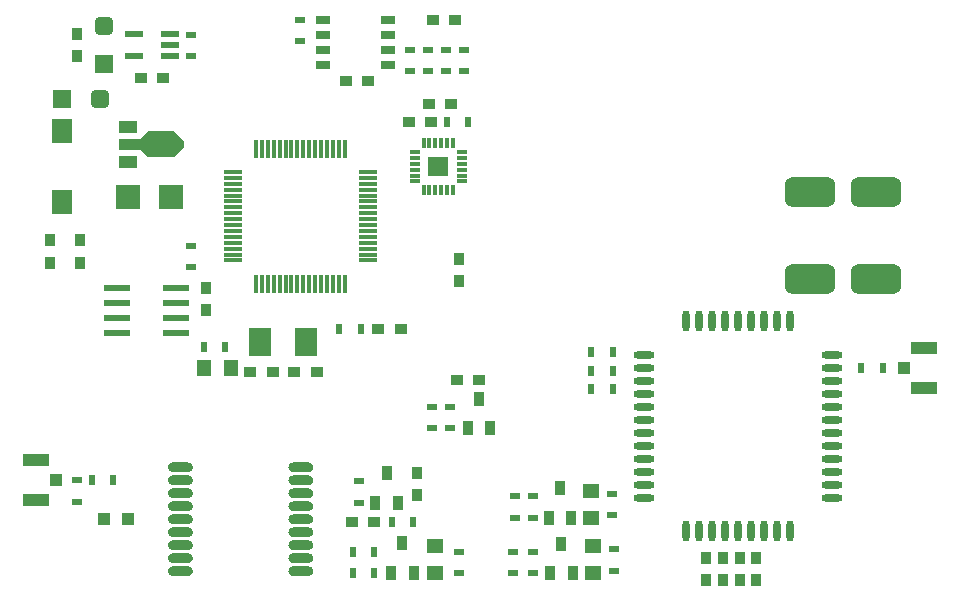
<source format=gtp>
G04*
G04 #@! TF.GenerationSoftware,Altium Limited,Altium Designer,18.1.6 (161)*
G04*
G04 Layer_Color=8421504*
%FSLAX25Y25*%
%MOIN*%
G70*
G01*
G75*
%ADD23R,0.07874X0.08268*%
%ADD24R,0.06693X0.07874*%
G04:AMPARAMS|DCode=25|XSize=60mil|YSize=60mil|CornerRadius=15mil|HoleSize=0mil|Usage=FLASHONLY|Rotation=90.000|XOffset=0mil|YOffset=0mil|HoleType=Round|Shape=RoundedRectangle|*
%AMROUNDEDRECTD25*
21,1,0.06000,0.03000,0,0,90.0*
21,1,0.03000,0.06000,0,0,90.0*
1,1,0.03000,0.01500,0.01500*
1,1,0.03000,0.01500,-0.01500*
1,1,0.03000,-0.01500,-0.01500*
1,1,0.03000,-0.01500,0.01500*
%
%ADD25ROUNDEDRECTD25*%
%ADD26R,0.06000X0.06000*%
%ADD27R,0.03740X0.03937*%
G04:AMPARAMS|DCode=28|XSize=60mil|YSize=60mil|CornerRadius=15mil|HoleSize=0mil|Usage=FLASHONLY|Rotation=0.000|XOffset=0mil|YOffset=0mil|HoleType=Round|Shape=RoundedRectangle|*
%AMROUNDEDRECTD28*
21,1,0.06000,0.03000,0,0,0.0*
21,1,0.03000,0.06000,0,0,0.0*
1,1,0.03000,0.01500,-0.01500*
1,1,0.03000,-0.01500,-0.01500*
1,1,0.03000,-0.01500,0.01500*
1,1,0.03000,0.01500,0.01500*
%
%ADD28ROUNDEDRECTD28*%
%ADD29R,0.06000X0.06000*%
%ADD30R,0.05906X0.03937*%
%ADD31R,0.03937X0.03740*%
%ADD32R,0.05906X0.02362*%
%ADD33R,0.03543X0.02362*%
%ADD34R,0.01181X0.05906*%
%ADD35R,0.05906X0.01181*%
%ADD36R,0.05118X0.02756*%
%ADD37R,0.02362X0.03543*%
G04:AMPARAMS|DCode=38|XSize=33.47mil|YSize=13.78mil|CornerRadius=1.72mil|HoleSize=0mil|Usage=FLASHONLY|Rotation=90.000|XOffset=0mil|YOffset=0mil|HoleType=Round|Shape=RoundedRectangle|*
%AMROUNDEDRECTD38*
21,1,0.03347,0.01034,0,0,90.0*
21,1,0.03002,0.01378,0,0,90.0*
1,1,0.00345,0.00517,0.01501*
1,1,0.00345,0.00517,-0.01501*
1,1,0.00345,-0.00517,-0.01501*
1,1,0.00345,-0.00517,0.01501*
%
%ADD38ROUNDEDRECTD38*%
G04:AMPARAMS|DCode=39|XSize=31.5mil|YSize=13.78mil|CornerRadius=1.72mil|HoleSize=0mil|Usage=FLASHONLY|Rotation=0.000|XOffset=0mil|YOffset=0mil|HoleType=Round|Shape=RoundedRectangle|*
%AMROUNDEDRECTD39*
21,1,0.03150,0.01034,0,0,0.0*
21,1,0.02805,0.01378,0,0,0.0*
1,1,0.00345,0.01403,-0.00517*
1,1,0.00345,-0.01403,-0.00517*
1,1,0.00345,-0.01403,0.00517*
1,1,0.00345,0.01403,0.00517*
%
%ADD39ROUNDEDRECTD39*%
%ADD40R,0.07480X0.09449*%
%ADD41R,0.05000X0.05500*%
%ADD42R,0.08661X0.02362*%
%ADD43O,0.02362X0.07087*%
%ADD44O,0.07087X0.02362*%
%ADD45R,0.03347X0.04724*%
G04:AMPARAMS|DCode=46|XSize=98.43mil|YSize=169.29mil|CornerRadius=24.61mil|HoleSize=0mil|Usage=FLASHONLY|Rotation=90.000|XOffset=0mil|YOffset=0mil|HoleType=Round|Shape=RoundedRectangle|*
%AMROUNDEDRECTD46*
21,1,0.09843,0.12008,0,0,90.0*
21,1,0.04921,0.16929,0,0,90.0*
1,1,0.04921,0.06004,0.02461*
1,1,0.04921,0.06004,-0.02461*
1,1,0.04921,-0.06004,-0.02461*
1,1,0.04921,-0.06004,0.02461*
%
%ADD46ROUNDEDRECTD46*%
%ADD47R,0.08661X0.03937*%
%ADD48R,0.03937X0.03937*%
%ADD49R,0.05500X0.05000*%
G36*
X723374Y278614D02*
X723291Y278618D01*
X723209Y278630D01*
X723130Y278646D01*
X723047Y278665D01*
X722968Y278689D01*
X722894Y278716D01*
X722815Y278748D01*
X722740Y278783D01*
X722669Y278823D01*
X722598Y278866D01*
X722532Y278909D01*
X722465Y278961D01*
X722402Y279016D01*
X722342Y279071D01*
X722287Y279130D01*
X722232Y279193D01*
X722181Y279260D01*
X722138Y279327D01*
X722094Y279398D01*
X722055Y279468D01*
X722020Y279543D01*
X721988Y279622D01*
X721961Y279697D01*
X721937Y279776D01*
X721917Y279858D01*
X721902Y279937D01*
X721890Y280020D01*
X721886Y280102D01*
X721882Y280185D01*
X721886Y280268D01*
X721890Y280350D01*
X721902Y280433D01*
X721917Y280512D01*
X721937Y280594D01*
X721961Y280673D01*
X721988Y280748D01*
X722020Y280827D01*
X722055Y280902D01*
X722094Y280972D01*
X722138Y281043D01*
X722181Y281110D01*
X722232Y281177D01*
X722287Y281240D01*
X722342Y281299D01*
X722402Y281354D01*
X722465Y281409D01*
X722532Y281461D01*
X722598Y281504D01*
X722669Y281547D01*
X722740Y281587D01*
X722815Y281622D01*
X722894Y281653D01*
X722968Y281681D01*
X723047Y281705D01*
X723130Y281724D01*
X723209Y281740D01*
X723291Y281752D01*
X723374Y281756D01*
X723457Y281760D01*
X728575D01*
X728657Y281756D01*
X728740Y281752D01*
X728823Y281740D01*
X728902Y281724D01*
X728984Y281705D01*
X729063Y281681D01*
X729138Y281653D01*
X729216Y281622D01*
X729291Y281587D01*
X729362Y281547D01*
X729433Y281504D01*
X729500Y281461D01*
X729567Y281409D01*
X729630Y281354D01*
X729689Y281299D01*
X729744Y281240D01*
X729799Y281177D01*
X729850Y281110D01*
X729894Y281043D01*
X729937Y280972D01*
X729976Y280902D01*
X730012Y280827D01*
X730043Y280748D01*
X730071Y280673D01*
X730094Y280594D01*
X730114Y280512D01*
X730130Y280433D01*
X730142Y280350D01*
X730146Y280268D01*
X730150Y280185D01*
X730146Y280102D01*
X730142Y280020D01*
X730130Y279937D01*
X730114Y279858D01*
X730094Y279776D01*
X730071Y279697D01*
X730043Y279622D01*
X730012Y279543D01*
X729976Y279468D01*
X729937Y279398D01*
X729894Y279327D01*
X729850Y279260D01*
X729799Y279193D01*
X729744Y279130D01*
X729689Y279071D01*
X729630Y279016D01*
X729567Y278961D01*
X729500Y278909D01*
X729433Y278866D01*
X729362Y278823D01*
X729291Y278783D01*
X729216Y278748D01*
X729138Y278716D01*
X729063Y278689D01*
X728984Y278665D01*
X728902Y278646D01*
X728823Y278630D01*
X728740Y278618D01*
X728657Y278614D01*
X728575Y278610D01*
X723457D01*
X723374Y278614D01*
D02*
G37*
G36*
Y282945D02*
X723291Y282949D01*
X723209Y282961D01*
X723130Y282976D01*
X723047Y282996D01*
X722968Y283020D01*
X722894Y283047D01*
X722815Y283079D01*
X722740Y283114D01*
X722669Y283154D01*
X722598Y283197D01*
X722532Y283240D01*
X722465Y283291D01*
X722402Y283347D01*
X722342Y283402D01*
X722287Y283461D01*
X722232Y283524D01*
X722181Y283591D01*
X722138Y283658D01*
X722094Y283728D01*
X722055Y283799D01*
X722020Y283874D01*
X721988Y283953D01*
X721961Y284028D01*
X721937Y284106D01*
X721917Y284189D01*
X721902Y284268D01*
X721890Y284350D01*
X721886Y284433D01*
X721882Y284516D01*
X721886Y284598D01*
X721890Y284681D01*
X721902Y284764D01*
X721917Y284842D01*
X721937Y284925D01*
X721961Y285004D01*
X721988Y285079D01*
X722020Y285157D01*
X722055Y285232D01*
X722094Y285303D01*
X722138Y285374D01*
X722181Y285441D01*
X722232Y285508D01*
X722287Y285571D01*
X722342Y285630D01*
X722402Y285685D01*
X722465Y285740D01*
X722532Y285791D01*
X722598Y285835D01*
X722669Y285878D01*
X722740Y285917D01*
X722815Y285953D01*
X722894Y285984D01*
X722968Y286012D01*
X723047Y286035D01*
X723130Y286055D01*
X723209Y286071D01*
X723291Y286083D01*
X723374Y286087D01*
X723457Y286090D01*
X728575D01*
X728657Y286087D01*
X728740Y286083D01*
X728823Y286071D01*
X728902Y286055D01*
X728984Y286035D01*
X729063Y286012D01*
X729138Y285984D01*
X729216Y285953D01*
X729291Y285917D01*
X729362Y285878D01*
X729433Y285835D01*
X729500Y285791D01*
X729567Y285740D01*
X729630Y285685D01*
X729689Y285630D01*
X729744Y285571D01*
X729799Y285508D01*
X729850Y285441D01*
X729894Y285374D01*
X729937Y285303D01*
X729976Y285232D01*
X730012Y285157D01*
X730043Y285079D01*
X730071Y285004D01*
X730094Y284925D01*
X730114Y284842D01*
X730130Y284764D01*
X730142Y284681D01*
X730146Y284598D01*
X730150Y284516D01*
X730146Y284433D01*
X730142Y284350D01*
X730130Y284268D01*
X730114Y284189D01*
X730094Y284106D01*
X730071Y284028D01*
X730043Y283953D01*
X730012Y283874D01*
X729976Y283799D01*
X729937Y283728D01*
X729894Y283658D01*
X729850Y283591D01*
X729799Y283524D01*
X729744Y283461D01*
X729689Y283402D01*
X729630Y283347D01*
X729567Y283291D01*
X729500Y283240D01*
X729433Y283197D01*
X729362Y283154D01*
X729291Y283114D01*
X729216Y283079D01*
X729138Y283047D01*
X729063Y283020D01*
X728984Y282996D01*
X728902Y282976D01*
X728823Y282961D01*
X728740Y282949D01*
X728657Y282945D01*
X728575Y282941D01*
X723457D01*
X723374Y282945D01*
D02*
G37*
G36*
Y287276D02*
X723291Y287280D01*
X723209Y287291D01*
X723130Y287307D01*
X723047Y287327D01*
X722968Y287350D01*
X722894Y287378D01*
X722815Y287409D01*
X722740Y287445D01*
X722669Y287484D01*
X722598Y287528D01*
X722532Y287571D01*
X722465Y287622D01*
X722402Y287677D01*
X722342Y287732D01*
X722287Y287791D01*
X722232Y287854D01*
X722181Y287921D01*
X722138Y287988D01*
X722094Y288059D01*
X722055Y288130D01*
X722020Y288205D01*
X721988Y288283D01*
X721961Y288358D01*
X721937Y288437D01*
X721917Y288520D01*
X721902Y288598D01*
X721890Y288681D01*
X721886Y288764D01*
X721882Y288846D01*
X721886Y288929D01*
X721890Y289012D01*
X721902Y289094D01*
X721917Y289173D01*
X721937Y289256D01*
X721961Y289335D01*
X721988Y289409D01*
X722020Y289488D01*
X722055Y289563D01*
X722094Y289634D01*
X722138Y289705D01*
X722181Y289772D01*
X722232Y289839D01*
X722287Y289902D01*
X722342Y289961D01*
X722402Y290016D01*
X722465Y290071D01*
X722532Y290122D01*
X722598Y290165D01*
X722669Y290209D01*
X722740Y290248D01*
X722815Y290283D01*
X722894Y290315D01*
X722968Y290342D01*
X723047Y290366D01*
X723130Y290386D01*
X723209Y290402D01*
X723291Y290413D01*
X723374Y290417D01*
X723457Y290421D01*
X728575D01*
X728657Y290417D01*
X728740Y290413D01*
X728823Y290402D01*
X728902Y290386D01*
X728984Y290366D01*
X729063Y290342D01*
X729138Y290315D01*
X729216Y290283D01*
X729291Y290248D01*
X729362Y290209D01*
X729433Y290165D01*
X729500Y290122D01*
X729567Y290071D01*
X729630Y290016D01*
X729689Y289961D01*
X729744Y289902D01*
X729799Y289839D01*
X729850Y289772D01*
X729894Y289705D01*
X729937Y289634D01*
X729976Y289563D01*
X730012Y289488D01*
X730043Y289409D01*
X730071Y289335D01*
X730094Y289256D01*
X730114Y289173D01*
X730130Y289094D01*
X730142Y289012D01*
X730146Y288929D01*
X730150Y288846D01*
X730146Y288764D01*
X730142Y288681D01*
X730130Y288598D01*
X730114Y288520D01*
X730094Y288437D01*
X730071Y288358D01*
X730043Y288283D01*
X730012Y288205D01*
X729976Y288130D01*
X729937Y288059D01*
X729894Y287988D01*
X729850Y287921D01*
X729799Y287854D01*
X729744Y287791D01*
X729689Y287732D01*
X729630Y287677D01*
X729567Y287622D01*
X729500Y287571D01*
X729433Y287528D01*
X729362Y287484D01*
X729291Y287445D01*
X729216Y287409D01*
X729138Y287378D01*
X729063Y287350D01*
X728984Y287327D01*
X728902Y287307D01*
X728823Y287291D01*
X728740Y287280D01*
X728657Y287276D01*
X728575Y287272D01*
X723457D01*
X723374Y287276D01*
D02*
G37*
G36*
Y291606D02*
X723291Y291610D01*
X723209Y291622D01*
X723130Y291638D01*
X723047Y291657D01*
X722968Y291681D01*
X722894Y291709D01*
X722815Y291740D01*
X722740Y291776D01*
X722669Y291815D01*
X722598Y291858D01*
X722532Y291902D01*
X722465Y291953D01*
X722402Y292008D01*
X722342Y292063D01*
X722287Y292122D01*
X722232Y292185D01*
X722181Y292252D01*
X722138Y292319D01*
X722094Y292390D01*
X722055Y292461D01*
X722020Y292535D01*
X721988Y292614D01*
X721961Y292689D01*
X721937Y292768D01*
X721917Y292850D01*
X721902Y292929D01*
X721890Y293012D01*
X721886Y293094D01*
X721882Y293177D01*
X721886Y293260D01*
X721890Y293342D01*
X721902Y293425D01*
X721917Y293504D01*
X721937Y293587D01*
X721961Y293665D01*
X721988Y293740D01*
X722020Y293819D01*
X722055Y293894D01*
X722094Y293965D01*
X722138Y294035D01*
X722181Y294102D01*
X722232Y294169D01*
X722287Y294232D01*
X722342Y294291D01*
X722402Y294346D01*
X722465Y294402D01*
X722532Y294453D01*
X722598Y294496D01*
X722669Y294539D01*
X722740Y294579D01*
X722815Y294614D01*
X722894Y294646D01*
X722968Y294673D01*
X723047Y294697D01*
X723130Y294717D01*
X723209Y294732D01*
X723291Y294744D01*
X723374Y294748D01*
X723457Y294752D01*
X728575D01*
X728657Y294748D01*
X728740Y294744D01*
X728823Y294732D01*
X728902Y294717D01*
X728984Y294697D01*
X729063Y294673D01*
X729138Y294646D01*
X729216Y294614D01*
X729291Y294579D01*
X729362Y294539D01*
X729433Y294496D01*
X729500Y294453D01*
X729567Y294402D01*
X729630Y294346D01*
X729689Y294291D01*
X729744Y294232D01*
X729799Y294169D01*
X729850Y294102D01*
X729894Y294035D01*
X729937Y293965D01*
X729976Y293894D01*
X730012Y293819D01*
X730043Y293740D01*
X730071Y293665D01*
X730094Y293587D01*
X730114Y293504D01*
X730130Y293425D01*
X730142Y293342D01*
X730146Y293260D01*
X730150Y293177D01*
X730146Y293094D01*
X730142Y293012D01*
X730130Y292929D01*
X730114Y292850D01*
X730094Y292768D01*
X730071Y292689D01*
X730043Y292614D01*
X730012Y292535D01*
X729976Y292461D01*
X729937Y292390D01*
X729894Y292319D01*
X729850Y292252D01*
X729799Y292185D01*
X729744Y292122D01*
X729689Y292063D01*
X729630Y292008D01*
X729567Y291953D01*
X729500Y291902D01*
X729433Y291858D01*
X729362Y291815D01*
X729291Y291776D01*
X729216Y291740D01*
X729138Y291709D01*
X729063Y291681D01*
X728984Y291657D01*
X728902Y291638D01*
X728823Y291622D01*
X728740Y291610D01*
X728657Y291606D01*
X728575Y291602D01*
X723457D01*
X723374Y291606D01*
D02*
G37*
G36*
Y295937D02*
X723291Y295941D01*
X723209Y295953D01*
X723130Y295969D01*
X723047Y295988D01*
X722968Y296012D01*
X722894Y296039D01*
X722815Y296071D01*
X722740Y296106D01*
X722669Y296146D01*
X722598Y296189D01*
X722532Y296232D01*
X722465Y296284D01*
X722402Y296339D01*
X722342Y296394D01*
X722287Y296453D01*
X722232Y296516D01*
X722181Y296583D01*
X722138Y296650D01*
X722094Y296721D01*
X722055Y296791D01*
X722020Y296866D01*
X721988Y296945D01*
X721961Y297020D01*
X721937Y297098D01*
X721917Y297181D01*
X721902Y297260D01*
X721890Y297342D01*
X721886Y297425D01*
X721882Y297508D01*
X721886Y297590D01*
X721890Y297673D01*
X721902Y297756D01*
X721917Y297835D01*
X721937Y297917D01*
X721961Y297996D01*
X721988Y298071D01*
X722020Y298150D01*
X722055Y298224D01*
X722094Y298295D01*
X722138Y298366D01*
X722181Y298433D01*
X722232Y298500D01*
X722287Y298563D01*
X722342Y298622D01*
X722402Y298677D01*
X722465Y298732D01*
X722532Y298783D01*
X722598Y298827D01*
X722669Y298870D01*
X722740Y298909D01*
X722815Y298945D01*
X722894Y298976D01*
X722968Y299004D01*
X723047Y299028D01*
X723130Y299047D01*
X723209Y299063D01*
X723291Y299075D01*
X723374Y299079D01*
X723457Y299083D01*
X728575D01*
X728657Y299079D01*
X728740Y299075D01*
X728823Y299063D01*
X728902Y299047D01*
X728984Y299028D01*
X729063Y299004D01*
X729138Y298976D01*
X729216Y298945D01*
X729291Y298909D01*
X729362Y298870D01*
X729433Y298827D01*
X729500Y298783D01*
X729567Y298732D01*
X729630Y298677D01*
X729689Y298622D01*
X729744Y298563D01*
X729799Y298500D01*
X729850Y298433D01*
X729894Y298366D01*
X729937Y298295D01*
X729976Y298224D01*
X730012Y298150D01*
X730043Y298071D01*
X730071Y297996D01*
X730094Y297917D01*
X730114Y297835D01*
X730130Y297756D01*
X730142Y297673D01*
X730146Y297590D01*
X730150Y297508D01*
X730146Y297425D01*
X730142Y297342D01*
X730130Y297260D01*
X730114Y297181D01*
X730094Y297098D01*
X730071Y297020D01*
X730043Y296945D01*
X730012Y296866D01*
X729976Y296791D01*
X729937Y296721D01*
X729894Y296650D01*
X729850Y296583D01*
X729799Y296516D01*
X729744Y296453D01*
X729689Y296394D01*
X729630Y296339D01*
X729567Y296284D01*
X729500Y296232D01*
X729433Y296189D01*
X729362Y296146D01*
X729291Y296106D01*
X729216Y296071D01*
X729138Y296039D01*
X729063Y296012D01*
X728984Y295988D01*
X728902Y295969D01*
X728823Y295953D01*
X728740Y295941D01*
X728657Y295937D01*
X728575Y295933D01*
X723457D01*
X723374Y295937D01*
D02*
G37*
G36*
X763531Y278614D02*
X763449Y278618D01*
X763366Y278630D01*
X763287Y278646D01*
X763205Y278665D01*
X763126Y278689D01*
X763051Y278716D01*
X762972Y278748D01*
X762898Y278783D01*
X762827Y278823D01*
X762756Y278866D01*
X762689Y278909D01*
X762622Y278961D01*
X762559Y279016D01*
X762500Y279071D01*
X762445Y279130D01*
X762390Y279193D01*
X762339Y279260D01*
X762295Y279327D01*
X762252Y279398D01*
X762213Y279468D01*
X762177Y279543D01*
X762146Y279622D01*
X762118Y279697D01*
X762094Y279776D01*
X762075Y279858D01*
X762059Y279937D01*
X762047Y280020D01*
X762043Y280102D01*
X762039Y280185D01*
X762043Y280268D01*
X762047Y280350D01*
X762059Y280433D01*
X762075Y280512D01*
X762094Y280594D01*
X762118Y280673D01*
X762146Y280748D01*
X762177Y280827D01*
X762213Y280902D01*
X762252Y280972D01*
X762295Y281043D01*
X762339Y281110D01*
X762390Y281177D01*
X762445Y281240D01*
X762500Y281299D01*
X762559Y281354D01*
X762622Y281409D01*
X762689Y281461D01*
X762756Y281504D01*
X762827Y281547D01*
X762898Y281587D01*
X762972Y281622D01*
X763051Y281653D01*
X763126Y281681D01*
X763205Y281705D01*
X763287Y281724D01*
X763366Y281740D01*
X763449Y281752D01*
X763531Y281756D01*
X763614Y281760D01*
X768732D01*
X768815Y281756D01*
X768898Y281752D01*
X768980Y281740D01*
X769059Y281724D01*
X769142Y281705D01*
X769220Y281681D01*
X769295Y281653D01*
X769374Y281622D01*
X769449Y281587D01*
X769520Y281547D01*
X769591Y281504D01*
X769658Y281461D01*
X769724Y281409D01*
X769787Y281354D01*
X769846Y281299D01*
X769902Y281240D01*
X769957Y281177D01*
X770008Y281110D01*
X770051Y281043D01*
X770094Y280972D01*
X770134Y280902D01*
X770169Y280827D01*
X770201Y280748D01*
X770228Y280673D01*
X770252Y280594D01*
X770272Y280512D01*
X770287Y280433D01*
X770299Y280350D01*
X770303Y280268D01*
X770307Y280185D01*
X770303Y280102D01*
X770299Y280020D01*
X770287Y279937D01*
X770272Y279858D01*
X770252Y279776D01*
X770228Y279697D01*
X770201Y279622D01*
X770169Y279543D01*
X770134Y279468D01*
X770094Y279398D01*
X770051Y279327D01*
X770008Y279260D01*
X769957Y279193D01*
X769902Y279130D01*
X769846Y279071D01*
X769787Y279016D01*
X769724Y278961D01*
X769658Y278909D01*
X769591Y278866D01*
X769520Y278823D01*
X769449Y278783D01*
X769374Y278748D01*
X769295Y278716D01*
X769220Y278689D01*
X769142Y278665D01*
X769059Y278646D01*
X768980Y278630D01*
X768898Y278618D01*
X768815Y278614D01*
X768732Y278610D01*
X763614D01*
X763531Y278614D01*
D02*
G37*
G36*
Y282945D02*
X763449Y282949D01*
X763366Y282961D01*
X763287Y282976D01*
X763205Y282996D01*
X763126Y283020D01*
X763051Y283047D01*
X762972Y283079D01*
X762898Y283114D01*
X762827Y283154D01*
X762756Y283197D01*
X762689Y283240D01*
X762622Y283291D01*
X762559Y283347D01*
X762500Y283402D01*
X762445Y283461D01*
X762390Y283524D01*
X762339Y283591D01*
X762295Y283658D01*
X762252Y283728D01*
X762213Y283799D01*
X762177Y283874D01*
X762146Y283953D01*
X762118Y284028D01*
X762094Y284106D01*
X762075Y284189D01*
X762059Y284268D01*
X762047Y284350D01*
X762043Y284433D01*
X762039Y284516D01*
X762043Y284598D01*
X762047Y284681D01*
X762059Y284764D01*
X762075Y284842D01*
X762094Y284925D01*
X762118Y285004D01*
X762146Y285079D01*
X762177Y285157D01*
X762213Y285232D01*
X762252Y285303D01*
X762295Y285374D01*
X762339Y285441D01*
X762390Y285508D01*
X762445Y285571D01*
X762500Y285630D01*
X762559Y285685D01*
X762622Y285740D01*
X762689Y285791D01*
X762756Y285835D01*
X762827Y285878D01*
X762898Y285917D01*
X762972Y285953D01*
X763051Y285984D01*
X763126Y286012D01*
X763205Y286035D01*
X763287Y286055D01*
X763366Y286071D01*
X763449Y286083D01*
X763531Y286087D01*
X763614Y286090D01*
X768732D01*
X768815Y286087D01*
X768898Y286083D01*
X768980Y286071D01*
X769059Y286055D01*
X769142Y286035D01*
X769220Y286012D01*
X769295Y285984D01*
X769374Y285953D01*
X769449Y285917D01*
X769520Y285878D01*
X769591Y285835D01*
X769658Y285791D01*
X769724Y285740D01*
X769787Y285685D01*
X769846Y285630D01*
X769902Y285571D01*
X769957Y285508D01*
X770008Y285441D01*
X770051Y285374D01*
X770094Y285303D01*
X770134Y285232D01*
X770169Y285157D01*
X770201Y285079D01*
X770228Y285004D01*
X770252Y284925D01*
X770272Y284842D01*
X770287Y284764D01*
X770299Y284681D01*
X770303Y284598D01*
X770307Y284516D01*
X770303Y284433D01*
X770299Y284350D01*
X770287Y284268D01*
X770272Y284189D01*
X770252Y284106D01*
X770228Y284028D01*
X770201Y283953D01*
X770169Y283874D01*
X770134Y283799D01*
X770094Y283728D01*
X770051Y283658D01*
X770008Y283591D01*
X769957Y283524D01*
X769902Y283461D01*
X769846Y283402D01*
X769787Y283347D01*
X769724Y283291D01*
X769658Y283240D01*
X769591Y283197D01*
X769520Y283154D01*
X769449Y283114D01*
X769374Y283079D01*
X769295Y283047D01*
X769220Y283020D01*
X769142Y282996D01*
X769059Y282976D01*
X768980Y282961D01*
X768898Y282949D01*
X768815Y282945D01*
X768732Y282941D01*
X763614D01*
X763531Y282945D01*
D02*
G37*
G36*
Y287276D02*
X763449Y287280D01*
X763366Y287291D01*
X763287Y287307D01*
X763205Y287327D01*
X763126Y287350D01*
X763051Y287378D01*
X762972Y287409D01*
X762898Y287445D01*
X762827Y287484D01*
X762756Y287528D01*
X762689Y287571D01*
X762622Y287622D01*
X762559Y287677D01*
X762500Y287732D01*
X762445Y287791D01*
X762390Y287854D01*
X762339Y287921D01*
X762295Y287988D01*
X762252Y288059D01*
X762213Y288130D01*
X762177Y288205D01*
X762146Y288283D01*
X762118Y288358D01*
X762094Y288437D01*
X762075Y288520D01*
X762059Y288598D01*
X762047Y288681D01*
X762043Y288764D01*
X762039Y288846D01*
X762043Y288929D01*
X762047Y289012D01*
X762059Y289094D01*
X762075Y289173D01*
X762094Y289256D01*
X762118Y289335D01*
X762146Y289409D01*
X762177Y289488D01*
X762213Y289563D01*
X762252Y289634D01*
X762295Y289705D01*
X762339Y289772D01*
X762390Y289839D01*
X762445Y289902D01*
X762500Y289961D01*
X762559Y290016D01*
X762622Y290071D01*
X762689Y290122D01*
X762756Y290165D01*
X762827Y290209D01*
X762898Y290248D01*
X762972Y290283D01*
X763051Y290315D01*
X763126Y290342D01*
X763205Y290366D01*
X763287Y290386D01*
X763366Y290402D01*
X763449Y290413D01*
X763531Y290417D01*
X763614Y290421D01*
X768732D01*
X768815Y290417D01*
X768898Y290413D01*
X768980Y290402D01*
X769059Y290386D01*
X769142Y290366D01*
X769220Y290342D01*
X769295Y290315D01*
X769374Y290283D01*
X769449Y290248D01*
X769520Y290209D01*
X769591Y290165D01*
X769658Y290122D01*
X769724Y290071D01*
X769787Y290016D01*
X769846Y289961D01*
X769902Y289902D01*
X769957Y289839D01*
X770008Y289772D01*
X770051Y289705D01*
X770094Y289634D01*
X770134Y289563D01*
X770169Y289488D01*
X770201Y289409D01*
X770228Y289335D01*
X770252Y289256D01*
X770272Y289173D01*
X770287Y289094D01*
X770299Y289012D01*
X770303Y288929D01*
X770307Y288846D01*
X770303Y288764D01*
X770299Y288681D01*
X770287Y288598D01*
X770272Y288520D01*
X770252Y288437D01*
X770228Y288358D01*
X770201Y288283D01*
X770169Y288205D01*
X770134Y288130D01*
X770094Y288059D01*
X770051Y287988D01*
X770008Y287921D01*
X769957Y287854D01*
X769902Y287791D01*
X769846Y287732D01*
X769787Y287677D01*
X769724Y287622D01*
X769658Y287571D01*
X769591Y287528D01*
X769520Y287484D01*
X769449Y287445D01*
X769374Y287409D01*
X769295Y287378D01*
X769220Y287350D01*
X769142Y287327D01*
X769059Y287307D01*
X768980Y287291D01*
X768898Y287280D01*
X768815Y287276D01*
X768732Y287272D01*
X763614D01*
X763531Y287276D01*
D02*
G37*
G36*
Y291606D02*
X763449Y291610D01*
X763366Y291622D01*
X763287Y291638D01*
X763205Y291657D01*
X763126Y291681D01*
X763051Y291709D01*
X762972Y291740D01*
X762898Y291776D01*
X762827Y291815D01*
X762756Y291858D01*
X762689Y291902D01*
X762622Y291953D01*
X762559Y292008D01*
X762500Y292063D01*
X762445Y292122D01*
X762390Y292185D01*
X762339Y292252D01*
X762295Y292319D01*
X762252Y292390D01*
X762213Y292461D01*
X762177Y292535D01*
X762146Y292614D01*
X762118Y292689D01*
X762094Y292768D01*
X762075Y292850D01*
X762059Y292929D01*
X762047Y293012D01*
X762043Y293094D01*
X762039Y293177D01*
X762043Y293260D01*
X762047Y293342D01*
X762059Y293425D01*
X762075Y293504D01*
X762094Y293587D01*
X762118Y293665D01*
X762146Y293740D01*
X762177Y293819D01*
X762213Y293894D01*
X762252Y293965D01*
X762295Y294035D01*
X762339Y294102D01*
X762390Y294169D01*
X762445Y294232D01*
X762500Y294291D01*
X762559Y294346D01*
X762622Y294402D01*
X762689Y294453D01*
X762756Y294496D01*
X762827Y294539D01*
X762898Y294579D01*
X762972Y294614D01*
X763051Y294646D01*
X763126Y294673D01*
X763205Y294697D01*
X763287Y294717D01*
X763366Y294732D01*
X763449Y294744D01*
X763531Y294748D01*
X763614Y294752D01*
X768732D01*
X768815Y294748D01*
X768898Y294744D01*
X768980Y294732D01*
X769059Y294717D01*
X769142Y294697D01*
X769220Y294673D01*
X769295Y294646D01*
X769374Y294614D01*
X769449Y294579D01*
X769520Y294539D01*
X769591Y294496D01*
X769658Y294453D01*
X769724Y294402D01*
X769787Y294346D01*
X769846Y294291D01*
X769902Y294232D01*
X769957Y294169D01*
X770008Y294102D01*
X770051Y294035D01*
X770094Y293965D01*
X770134Y293894D01*
X770169Y293819D01*
X770201Y293740D01*
X770228Y293665D01*
X770252Y293587D01*
X770272Y293504D01*
X770287Y293425D01*
X770299Y293342D01*
X770303Y293260D01*
X770307Y293177D01*
X770303Y293094D01*
X770299Y293012D01*
X770287Y292929D01*
X770272Y292850D01*
X770252Y292768D01*
X770228Y292689D01*
X770201Y292614D01*
X770169Y292535D01*
X770134Y292461D01*
X770094Y292390D01*
X770051Y292319D01*
X770008Y292252D01*
X769957Y292185D01*
X769902Y292122D01*
X769846Y292063D01*
X769787Y292008D01*
X769724Y291953D01*
X769658Y291902D01*
X769591Y291858D01*
X769520Y291815D01*
X769449Y291776D01*
X769374Y291740D01*
X769295Y291709D01*
X769220Y291681D01*
X769142Y291657D01*
X769059Y291638D01*
X768980Y291622D01*
X768898Y291610D01*
X768815Y291606D01*
X768732Y291602D01*
X763614D01*
X763531Y291606D01*
D02*
G37*
G36*
Y295937D02*
X763449Y295941D01*
X763366Y295953D01*
X763287Y295969D01*
X763205Y295988D01*
X763126Y296012D01*
X763051Y296039D01*
X762972Y296071D01*
X762898Y296106D01*
X762827Y296146D01*
X762756Y296189D01*
X762689Y296232D01*
X762622Y296284D01*
X762559Y296339D01*
X762500Y296394D01*
X762445Y296453D01*
X762390Y296516D01*
X762339Y296583D01*
X762295Y296650D01*
X762252Y296721D01*
X762213Y296791D01*
X762177Y296866D01*
X762146Y296945D01*
X762118Y297020D01*
X762094Y297098D01*
X762075Y297181D01*
X762059Y297260D01*
X762047Y297342D01*
X762043Y297425D01*
X762039Y297508D01*
X762043Y297590D01*
X762047Y297673D01*
X762059Y297756D01*
X762075Y297835D01*
X762094Y297917D01*
X762118Y297996D01*
X762146Y298071D01*
X762177Y298150D01*
X762213Y298224D01*
X762252Y298295D01*
X762295Y298366D01*
X762339Y298433D01*
X762390Y298500D01*
X762445Y298563D01*
X762500Y298622D01*
X762559Y298677D01*
X762622Y298732D01*
X762689Y298783D01*
X762756Y298827D01*
X762827Y298870D01*
X762898Y298909D01*
X762972Y298945D01*
X763051Y298976D01*
X763126Y299004D01*
X763205Y299028D01*
X763287Y299047D01*
X763366Y299063D01*
X763449Y299075D01*
X763531Y299079D01*
X763614Y299083D01*
X768732D01*
X768815Y299079D01*
X768898Y299075D01*
X768980Y299063D01*
X769059Y299047D01*
X769142Y299028D01*
X769220Y299004D01*
X769295Y298976D01*
X769374Y298945D01*
X769449Y298909D01*
X769520Y298870D01*
X769591Y298827D01*
X769658Y298783D01*
X769724Y298732D01*
X769787Y298677D01*
X769846Y298622D01*
X769902Y298563D01*
X769957Y298500D01*
X770008Y298433D01*
X770051Y298366D01*
X770094Y298295D01*
X770134Y298224D01*
X770169Y298150D01*
X770201Y298071D01*
X770228Y297996D01*
X770252Y297917D01*
X770272Y297835D01*
X770287Y297756D01*
X770299Y297673D01*
X770303Y297590D01*
X770307Y297508D01*
X770303Y297425D01*
X770299Y297342D01*
X770287Y297260D01*
X770272Y297181D01*
X770252Y297098D01*
X770228Y297020D01*
X770201Y296945D01*
X770169Y296866D01*
X770134Y296791D01*
X770094Y296721D01*
X770051Y296650D01*
X770008Y296583D01*
X769957Y296516D01*
X769902Y296453D01*
X769846Y296394D01*
X769787Y296339D01*
X769724Y296284D01*
X769658Y296232D01*
X769591Y296189D01*
X769520Y296146D01*
X769449Y296106D01*
X769374Y296071D01*
X769295Y296039D01*
X769220Y296012D01*
X769142Y295988D01*
X769059Y295969D01*
X768980Y295953D01*
X768898Y295941D01*
X768815Y295937D01*
X768732Y295933D01*
X763614D01*
X763531Y295937D01*
D02*
G37*
G36*
X727301Y423193D02*
Y421618D01*
X723758Y418075D01*
X715096D01*
X712734Y420437D01*
X705647D01*
Y424374D01*
X712734D01*
X715096Y426736D01*
X723758D01*
X727301Y423193D01*
D02*
G37*
G36*
X815362Y411764D02*
X808638D01*
Y418236D01*
X815362D01*
Y411764D01*
D02*
G37*
G36*
X768815Y316402D02*
X768898Y316398D01*
X768980Y316386D01*
X769059Y316370D01*
X769142Y316350D01*
X769220Y316327D01*
X769295Y316299D01*
X769374Y316268D01*
X769449Y316232D01*
X769520Y316193D01*
X769591Y316150D01*
X769658Y316106D01*
X769724Y316055D01*
X769787Y316000D01*
X769846Y315945D01*
X769902Y315886D01*
X769957Y315823D01*
X770008Y315756D01*
X770051Y315689D01*
X770094Y315618D01*
X770134Y315547D01*
X770169Y315472D01*
X770201Y315394D01*
X770228Y315319D01*
X770252Y315240D01*
X770272Y315158D01*
X770287Y315079D01*
X770299Y314996D01*
X770303Y314913D01*
X770307Y314831D01*
X770303Y314748D01*
X770299Y314665D01*
X770287Y314583D01*
X770272Y314504D01*
X770252Y314421D01*
X770228Y314342D01*
X770201Y314268D01*
X770169Y314189D01*
X770134Y314114D01*
X770094Y314043D01*
X770051Y313972D01*
X770008Y313906D01*
X769957Y313839D01*
X769902Y313776D01*
X769846Y313717D01*
X769787Y313661D01*
X769724Y313606D01*
X769658Y313555D01*
X769591Y313512D01*
X769520Y313469D01*
X769449Y313429D01*
X769374Y313394D01*
X769295Y313362D01*
X769220Y313335D01*
X769142Y313311D01*
X769059Y313291D01*
X768980Y313276D01*
X768898Y313264D01*
X768815Y313260D01*
X768732Y313256D01*
X763614D01*
X763531Y313260D01*
X763449Y313264D01*
X763366Y313276D01*
X763287Y313291D01*
X763205Y313311D01*
X763126Y313335D01*
X763051Y313362D01*
X762972Y313394D01*
X762898Y313429D01*
X762827Y313469D01*
X762756Y313512D01*
X762689Y313555D01*
X762622Y313606D01*
X762559Y313661D01*
X762500Y313717D01*
X762445Y313776D01*
X762390Y313839D01*
X762339Y313906D01*
X762295Y313972D01*
X762252Y314043D01*
X762213Y314114D01*
X762177Y314189D01*
X762146Y314268D01*
X762118Y314342D01*
X762094Y314421D01*
X762075Y314504D01*
X762059Y314583D01*
X762047Y314665D01*
X762043Y314748D01*
X762039Y314831D01*
X762043Y314913D01*
X762047Y314996D01*
X762059Y315079D01*
X762075Y315158D01*
X762094Y315240D01*
X762118Y315319D01*
X762146Y315394D01*
X762177Y315472D01*
X762213Y315547D01*
X762252Y315618D01*
X762295Y315689D01*
X762339Y315756D01*
X762390Y315823D01*
X762445Y315886D01*
X762500Y315945D01*
X762559Y316000D01*
X762622Y316055D01*
X762689Y316106D01*
X762756Y316150D01*
X762827Y316193D01*
X762898Y316232D01*
X762972Y316268D01*
X763051Y316299D01*
X763126Y316327D01*
X763205Y316350D01*
X763287Y316370D01*
X763366Y316386D01*
X763449Y316398D01*
X763531Y316402D01*
X763614Y316406D01*
X768732D01*
X768815Y316402D01*
D02*
G37*
G36*
X728657D02*
X728740Y316398D01*
X728823Y316386D01*
X728902Y316370D01*
X728984Y316350D01*
X729063Y316327D01*
X729138Y316299D01*
X729216Y316268D01*
X729291Y316232D01*
X729362Y316193D01*
X729433Y316150D01*
X729500Y316106D01*
X729567Y316055D01*
X729630Y316000D01*
X729689Y315945D01*
X729744Y315886D01*
X729799Y315823D01*
X729850Y315756D01*
X729894Y315689D01*
X729937Y315618D01*
X729976Y315547D01*
X730012Y315472D01*
X730043Y315394D01*
X730071Y315319D01*
X730094Y315240D01*
X730114Y315158D01*
X730130Y315079D01*
X730142Y314996D01*
X730146Y314913D01*
X730150Y314831D01*
X730146Y314748D01*
X730142Y314665D01*
X730130Y314583D01*
X730114Y314504D01*
X730094Y314421D01*
X730071Y314342D01*
X730043Y314268D01*
X730012Y314189D01*
X729976Y314114D01*
X729937Y314043D01*
X729894Y313972D01*
X729850Y313906D01*
X729799Y313839D01*
X729744Y313776D01*
X729689Y313717D01*
X729630Y313661D01*
X729567Y313606D01*
X729500Y313555D01*
X729433Y313512D01*
X729362Y313469D01*
X729291Y313429D01*
X729216Y313394D01*
X729138Y313362D01*
X729063Y313335D01*
X728984Y313311D01*
X728902Y313291D01*
X728823Y313276D01*
X728740Y313264D01*
X728657Y313260D01*
X728575Y313256D01*
X723457D01*
X723374Y313260D01*
X723291Y313264D01*
X723209Y313276D01*
X723130Y313291D01*
X723047Y313311D01*
X722968Y313335D01*
X722894Y313362D01*
X722815Y313394D01*
X722740Y313429D01*
X722669Y313469D01*
X722598Y313512D01*
X722532Y313555D01*
X722465Y313606D01*
X722402Y313661D01*
X722342Y313717D01*
X722287Y313776D01*
X722232Y313839D01*
X722181Y313906D01*
X722138Y313972D01*
X722094Y314043D01*
X722055Y314114D01*
X722020Y314189D01*
X721988Y314268D01*
X721961Y314342D01*
X721937Y314421D01*
X721917Y314504D01*
X721902Y314583D01*
X721890Y314665D01*
X721886Y314748D01*
X721882Y314831D01*
X721886Y314913D01*
X721890Y314996D01*
X721902Y315079D01*
X721917Y315158D01*
X721937Y315240D01*
X721961Y315319D01*
X721988Y315394D01*
X722020Y315472D01*
X722055Y315547D01*
X722094Y315618D01*
X722138Y315689D01*
X722181Y315756D01*
X722232Y315823D01*
X722287Y315886D01*
X722342Y315945D01*
X722402Y316000D01*
X722465Y316055D01*
X722532Y316106D01*
X722598Y316150D01*
X722669Y316193D01*
X722740Y316232D01*
X722815Y316268D01*
X722894Y316299D01*
X722968Y316327D01*
X723047Y316350D01*
X723130Y316370D01*
X723209Y316386D01*
X723291Y316398D01*
X723374Y316402D01*
X723457Y316406D01*
X728575D01*
X728657Y316402D01*
D02*
G37*
G36*
X768815Y312071D02*
X768898Y312067D01*
X768980Y312055D01*
X769059Y312039D01*
X769142Y312020D01*
X769220Y311996D01*
X769295Y311968D01*
X769374Y311937D01*
X769449Y311902D01*
X769520Y311862D01*
X769591Y311819D01*
X769658Y311776D01*
X769724Y311724D01*
X769787Y311669D01*
X769846Y311614D01*
X769902Y311555D01*
X769957Y311492D01*
X770008Y311425D01*
X770051Y311358D01*
X770094Y311287D01*
X770134Y311216D01*
X770169Y311142D01*
X770201Y311063D01*
X770228Y310988D01*
X770252Y310909D01*
X770272Y310827D01*
X770287Y310748D01*
X770299Y310665D01*
X770303Y310583D01*
X770307Y310500D01*
X770303Y310417D01*
X770299Y310335D01*
X770287Y310252D01*
X770272Y310173D01*
X770252Y310090D01*
X770228Y310012D01*
X770201Y309937D01*
X770169Y309858D01*
X770134Y309784D01*
X770094Y309713D01*
X770051Y309642D01*
X770008Y309575D01*
X769957Y309508D01*
X769902Y309445D01*
X769846Y309386D01*
X769787Y309331D01*
X769724Y309276D01*
X769658Y309224D01*
X769591Y309181D01*
X769520Y309138D01*
X769449Y309098D01*
X769374Y309063D01*
X769295Y309032D01*
X769220Y309004D01*
X769142Y308980D01*
X769059Y308961D01*
X768980Y308945D01*
X768898Y308933D01*
X768815Y308929D01*
X768732Y308925D01*
X763614D01*
X763531Y308929D01*
X763449Y308933D01*
X763366Y308945D01*
X763287Y308961D01*
X763205Y308980D01*
X763126Y309004D01*
X763051Y309032D01*
X762972Y309063D01*
X762898Y309098D01*
X762827Y309138D01*
X762756Y309181D01*
X762689Y309224D01*
X762622Y309276D01*
X762559Y309331D01*
X762500Y309386D01*
X762445Y309445D01*
X762390Y309508D01*
X762339Y309575D01*
X762295Y309642D01*
X762252Y309713D01*
X762213Y309784D01*
X762177Y309858D01*
X762146Y309937D01*
X762118Y310012D01*
X762094Y310090D01*
X762075Y310173D01*
X762059Y310252D01*
X762047Y310335D01*
X762043Y310417D01*
X762039Y310500D01*
X762043Y310583D01*
X762047Y310665D01*
X762059Y310748D01*
X762075Y310827D01*
X762094Y310909D01*
X762118Y310988D01*
X762146Y311063D01*
X762177Y311142D01*
X762213Y311216D01*
X762252Y311287D01*
X762295Y311358D01*
X762339Y311425D01*
X762390Y311492D01*
X762445Y311555D01*
X762500Y311614D01*
X762559Y311669D01*
X762622Y311724D01*
X762689Y311776D01*
X762756Y311819D01*
X762827Y311862D01*
X762898Y311902D01*
X762972Y311937D01*
X763051Y311968D01*
X763126Y311996D01*
X763205Y312020D01*
X763287Y312039D01*
X763366Y312055D01*
X763449Y312067D01*
X763531Y312071D01*
X763614Y312075D01*
X768732D01*
X768815Y312071D01*
D02*
G37*
G36*
X728657D02*
X728740Y312067D01*
X728823Y312055D01*
X728902Y312039D01*
X728984Y312020D01*
X729063Y311996D01*
X729138Y311968D01*
X729216Y311937D01*
X729291Y311902D01*
X729362Y311862D01*
X729433Y311819D01*
X729500Y311776D01*
X729567Y311724D01*
X729630Y311669D01*
X729689Y311614D01*
X729744Y311555D01*
X729799Y311492D01*
X729850Y311425D01*
X729894Y311358D01*
X729937Y311287D01*
X729976Y311216D01*
X730012Y311142D01*
X730043Y311063D01*
X730071Y310988D01*
X730094Y310909D01*
X730114Y310827D01*
X730130Y310748D01*
X730142Y310665D01*
X730146Y310583D01*
X730150Y310500D01*
X730146Y310417D01*
X730142Y310335D01*
X730130Y310252D01*
X730114Y310173D01*
X730094Y310090D01*
X730071Y310012D01*
X730043Y309937D01*
X730012Y309858D01*
X729976Y309784D01*
X729937Y309713D01*
X729894Y309642D01*
X729850Y309575D01*
X729799Y309508D01*
X729744Y309445D01*
X729689Y309386D01*
X729630Y309331D01*
X729567Y309276D01*
X729500Y309224D01*
X729433Y309181D01*
X729362Y309138D01*
X729291Y309098D01*
X729216Y309063D01*
X729138Y309032D01*
X729063Y309004D01*
X728984Y308980D01*
X728902Y308961D01*
X728823Y308945D01*
X728740Y308933D01*
X728657Y308929D01*
X728575Y308925D01*
X723457D01*
X723374Y308929D01*
X723291Y308933D01*
X723209Y308945D01*
X723130Y308961D01*
X723047Y308980D01*
X722968Y309004D01*
X722894Y309032D01*
X722815Y309063D01*
X722740Y309098D01*
X722669Y309138D01*
X722598Y309181D01*
X722532Y309224D01*
X722465Y309276D01*
X722402Y309331D01*
X722342Y309386D01*
X722287Y309445D01*
X722232Y309508D01*
X722181Y309575D01*
X722138Y309642D01*
X722094Y309713D01*
X722055Y309784D01*
X722020Y309858D01*
X721988Y309937D01*
X721961Y310012D01*
X721937Y310090D01*
X721917Y310173D01*
X721902Y310252D01*
X721890Y310335D01*
X721886Y310417D01*
X721882Y310500D01*
X721886Y310583D01*
X721890Y310665D01*
X721902Y310748D01*
X721917Y310827D01*
X721937Y310909D01*
X721961Y310988D01*
X721988Y311063D01*
X722020Y311142D01*
X722055Y311216D01*
X722094Y311287D01*
X722138Y311358D01*
X722181Y311425D01*
X722232Y311492D01*
X722287Y311555D01*
X722342Y311614D01*
X722402Y311669D01*
X722465Y311724D01*
X722532Y311776D01*
X722598Y311819D01*
X722669Y311862D01*
X722740Y311902D01*
X722815Y311937D01*
X722894Y311968D01*
X722968Y311996D01*
X723047Y312020D01*
X723130Y312039D01*
X723209Y312055D01*
X723291Y312067D01*
X723374Y312071D01*
X723457Y312075D01*
X728575D01*
X728657Y312071D01*
D02*
G37*
G36*
X768815Y307740D02*
X768898Y307736D01*
X768980Y307724D01*
X769059Y307709D01*
X769142Y307689D01*
X769220Y307665D01*
X769295Y307638D01*
X769374Y307606D01*
X769449Y307571D01*
X769520Y307531D01*
X769591Y307488D01*
X769658Y307445D01*
X769724Y307394D01*
X769787Y307339D01*
X769846Y307283D01*
X769902Y307224D01*
X769957Y307161D01*
X770008Y307095D01*
X770051Y307028D01*
X770094Y306957D01*
X770134Y306886D01*
X770169Y306811D01*
X770201Y306732D01*
X770228Y306658D01*
X770252Y306579D01*
X770272Y306496D01*
X770287Y306417D01*
X770299Y306335D01*
X770303Y306252D01*
X770307Y306169D01*
X770303Y306087D01*
X770299Y306004D01*
X770287Y305921D01*
X770272Y305842D01*
X770252Y305760D01*
X770228Y305681D01*
X770201Y305606D01*
X770169Y305528D01*
X770134Y305453D01*
X770094Y305382D01*
X770051Y305311D01*
X770008Y305244D01*
X769957Y305177D01*
X769902Y305114D01*
X769846Y305055D01*
X769787Y305000D01*
X769724Y304945D01*
X769658Y304894D01*
X769591Y304850D01*
X769520Y304807D01*
X769449Y304768D01*
X769374Y304732D01*
X769295Y304701D01*
X769220Y304673D01*
X769142Y304650D01*
X769059Y304630D01*
X768980Y304614D01*
X768898Y304602D01*
X768815Y304598D01*
X768732Y304594D01*
X763614D01*
X763531Y304598D01*
X763449Y304602D01*
X763366Y304614D01*
X763287Y304630D01*
X763205Y304650D01*
X763126Y304673D01*
X763051Y304701D01*
X762972Y304732D01*
X762898Y304768D01*
X762827Y304807D01*
X762756Y304850D01*
X762689Y304894D01*
X762622Y304945D01*
X762559Y305000D01*
X762500Y305055D01*
X762445Y305114D01*
X762390Y305177D01*
X762339Y305244D01*
X762295Y305311D01*
X762252Y305382D01*
X762213Y305453D01*
X762177Y305528D01*
X762146Y305606D01*
X762118Y305681D01*
X762094Y305760D01*
X762075Y305842D01*
X762059Y305921D01*
X762047Y306004D01*
X762043Y306087D01*
X762039Y306169D01*
X762043Y306252D01*
X762047Y306335D01*
X762059Y306417D01*
X762075Y306496D01*
X762094Y306579D01*
X762118Y306658D01*
X762146Y306732D01*
X762177Y306811D01*
X762213Y306886D01*
X762252Y306957D01*
X762295Y307028D01*
X762339Y307095D01*
X762390Y307161D01*
X762445Y307224D01*
X762500Y307283D01*
X762559Y307339D01*
X762622Y307394D01*
X762689Y307445D01*
X762756Y307488D01*
X762827Y307531D01*
X762898Y307571D01*
X762972Y307606D01*
X763051Y307638D01*
X763126Y307665D01*
X763205Y307689D01*
X763287Y307709D01*
X763366Y307724D01*
X763449Y307736D01*
X763531Y307740D01*
X763614Y307744D01*
X768732D01*
X768815Y307740D01*
D02*
G37*
G36*
X728657D02*
X728740Y307736D01*
X728823Y307724D01*
X728902Y307709D01*
X728984Y307689D01*
X729063Y307665D01*
X729138Y307638D01*
X729216Y307606D01*
X729291Y307571D01*
X729362Y307531D01*
X729433Y307488D01*
X729500Y307445D01*
X729567Y307394D01*
X729630Y307339D01*
X729689Y307283D01*
X729744Y307224D01*
X729799Y307161D01*
X729850Y307095D01*
X729894Y307028D01*
X729937Y306957D01*
X729976Y306886D01*
X730012Y306811D01*
X730043Y306732D01*
X730071Y306658D01*
X730094Y306579D01*
X730114Y306496D01*
X730130Y306417D01*
X730142Y306335D01*
X730146Y306252D01*
X730150Y306169D01*
X730146Y306087D01*
X730142Y306004D01*
X730130Y305921D01*
X730114Y305842D01*
X730094Y305760D01*
X730071Y305681D01*
X730043Y305606D01*
X730012Y305528D01*
X729976Y305453D01*
X729937Y305382D01*
X729894Y305311D01*
X729850Y305244D01*
X729799Y305177D01*
X729744Y305114D01*
X729689Y305055D01*
X729630Y305000D01*
X729567Y304945D01*
X729500Y304894D01*
X729433Y304850D01*
X729362Y304807D01*
X729291Y304768D01*
X729216Y304732D01*
X729138Y304701D01*
X729063Y304673D01*
X728984Y304650D01*
X728902Y304630D01*
X728823Y304614D01*
X728740Y304602D01*
X728657Y304598D01*
X728575Y304594D01*
X723457D01*
X723374Y304598D01*
X723291Y304602D01*
X723209Y304614D01*
X723130Y304630D01*
X723047Y304650D01*
X722968Y304673D01*
X722894Y304701D01*
X722815Y304732D01*
X722740Y304768D01*
X722669Y304807D01*
X722598Y304850D01*
X722532Y304894D01*
X722465Y304945D01*
X722402Y305000D01*
X722342Y305055D01*
X722287Y305114D01*
X722232Y305177D01*
X722181Y305244D01*
X722138Y305311D01*
X722094Y305382D01*
X722055Y305453D01*
X722020Y305528D01*
X721988Y305606D01*
X721961Y305681D01*
X721937Y305760D01*
X721917Y305842D01*
X721902Y305921D01*
X721890Y306004D01*
X721886Y306087D01*
X721882Y306169D01*
X721886Y306252D01*
X721890Y306335D01*
X721902Y306417D01*
X721917Y306496D01*
X721937Y306579D01*
X721961Y306658D01*
X721988Y306732D01*
X722020Y306811D01*
X722055Y306886D01*
X722094Y306957D01*
X722138Y307028D01*
X722181Y307095D01*
X722232Y307161D01*
X722287Y307224D01*
X722342Y307283D01*
X722402Y307339D01*
X722465Y307394D01*
X722532Y307445D01*
X722598Y307488D01*
X722669Y307531D01*
X722740Y307571D01*
X722815Y307606D01*
X722894Y307638D01*
X722968Y307665D01*
X723047Y307689D01*
X723130Y307709D01*
X723209Y307724D01*
X723291Y307736D01*
X723374Y307740D01*
X723457Y307744D01*
X728575D01*
X728657Y307740D01*
D02*
G37*
G36*
X768815Y303409D02*
X768898Y303405D01*
X768980Y303394D01*
X769059Y303378D01*
X769142Y303358D01*
X769220Y303335D01*
X769295Y303307D01*
X769374Y303276D01*
X769449Y303240D01*
X769520Y303201D01*
X769591Y303157D01*
X769658Y303114D01*
X769724Y303063D01*
X769787Y303008D01*
X769846Y302953D01*
X769902Y302894D01*
X769957Y302831D01*
X770008Y302764D01*
X770051Y302697D01*
X770094Y302626D01*
X770134Y302555D01*
X770169Y302480D01*
X770201Y302402D01*
X770228Y302327D01*
X770252Y302248D01*
X770272Y302165D01*
X770287Y302087D01*
X770299Y302004D01*
X770303Y301921D01*
X770307Y301839D01*
X770303Y301756D01*
X770299Y301673D01*
X770287Y301590D01*
X770272Y301512D01*
X770252Y301429D01*
X770228Y301350D01*
X770201Y301276D01*
X770169Y301197D01*
X770134Y301122D01*
X770094Y301051D01*
X770051Y300980D01*
X770008Y300913D01*
X769957Y300847D01*
X769902Y300783D01*
X769846Y300724D01*
X769787Y300669D01*
X769724Y300614D01*
X769658Y300563D01*
X769591Y300520D01*
X769520Y300476D01*
X769449Y300437D01*
X769374Y300402D01*
X769295Y300370D01*
X769220Y300342D01*
X769142Y300319D01*
X769059Y300299D01*
X768980Y300284D01*
X768898Y300272D01*
X768815Y300268D01*
X768732Y300264D01*
X763614D01*
X763531Y300268D01*
X763449Y300272D01*
X763366Y300284D01*
X763287Y300299D01*
X763205Y300319D01*
X763126Y300342D01*
X763051Y300370D01*
X762972Y300402D01*
X762898Y300437D01*
X762827Y300476D01*
X762756Y300520D01*
X762689Y300563D01*
X762622Y300614D01*
X762559Y300669D01*
X762500Y300724D01*
X762445Y300783D01*
X762390Y300847D01*
X762339Y300913D01*
X762295Y300980D01*
X762252Y301051D01*
X762213Y301122D01*
X762177Y301197D01*
X762146Y301276D01*
X762118Y301350D01*
X762094Y301429D01*
X762075Y301512D01*
X762059Y301590D01*
X762047Y301673D01*
X762043Y301756D01*
X762039Y301839D01*
X762043Y301921D01*
X762047Y302004D01*
X762059Y302087D01*
X762075Y302165D01*
X762094Y302248D01*
X762118Y302327D01*
X762146Y302402D01*
X762177Y302480D01*
X762213Y302555D01*
X762252Y302626D01*
X762295Y302697D01*
X762339Y302764D01*
X762390Y302831D01*
X762445Y302894D01*
X762500Y302953D01*
X762559Y303008D01*
X762622Y303063D01*
X762689Y303114D01*
X762756Y303157D01*
X762827Y303201D01*
X762898Y303240D01*
X762972Y303276D01*
X763051Y303307D01*
X763126Y303335D01*
X763205Y303358D01*
X763287Y303378D01*
X763366Y303394D01*
X763449Y303405D01*
X763531Y303409D01*
X763614Y303413D01*
X768732D01*
X768815Y303409D01*
D02*
G37*
G36*
X728657D02*
X728740Y303405D01*
X728823Y303394D01*
X728902Y303378D01*
X728984Y303358D01*
X729063Y303335D01*
X729138Y303307D01*
X729216Y303276D01*
X729291Y303240D01*
X729362Y303201D01*
X729433Y303157D01*
X729500Y303114D01*
X729567Y303063D01*
X729630Y303008D01*
X729689Y302953D01*
X729744Y302894D01*
X729799Y302831D01*
X729850Y302764D01*
X729894Y302697D01*
X729937Y302626D01*
X729976Y302555D01*
X730012Y302480D01*
X730043Y302402D01*
X730071Y302327D01*
X730094Y302248D01*
X730114Y302165D01*
X730130Y302087D01*
X730142Y302004D01*
X730146Y301921D01*
X730150Y301839D01*
X730146Y301756D01*
X730142Y301673D01*
X730130Y301590D01*
X730114Y301512D01*
X730094Y301429D01*
X730071Y301350D01*
X730043Y301276D01*
X730012Y301197D01*
X729976Y301122D01*
X729937Y301051D01*
X729894Y300980D01*
X729850Y300913D01*
X729799Y300847D01*
X729744Y300783D01*
X729689Y300724D01*
X729630Y300669D01*
X729567Y300614D01*
X729500Y300563D01*
X729433Y300520D01*
X729362Y300476D01*
X729291Y300437D01*
X729216Y300402D01*
X729138Y300370D01*
X729063Y300342D01*
X728984Y300319D01*
X728902Y300299D01*
X728823Y300284D01*
X728740Y300272D01*
X728657Y300268D01*
X728575Y300264D01*
X723457D01*
X723374Y300268D01*
X723291Y300272D01*
X723209Y300284D01*
X723130Y300299D01*
X723047Y300319D01*
X722968Y300342D01*
X722894Y300370D01*
X722815Y300402D01*
X722740Y300437D01*
X722669Y300476D01*
X722598Y300520D01*
X722532Y300563D01*
X722465Y300614D01*
X722402Y300669D01*
X722342Y300724D01*
X722287Y300783D01*
X722232Y300847D01*
X722181Y300913D01*
X722138Y300980D01*
X722094Y301051D01*
X722055Y301122D01*
X722020Y301197D01*
X721988Y301276D01*
X721961Y301350D01*
X721937Y301429D01*
X721917Y301512D01*
X721902Y301590D01*
X721890Y301673D01*
X721886Y301756D01*
X721882Y301839D01*
X721886Y301921D01*
X721890Y302004D01*
X721902Y302087D01*
X721917Y302165D01*
X721937Y302248D01*
X721961Y302327D01*
X721988Y302402D01*
X722020Y302480D01*
X722055Y302555D01*
X722094Y302626D01*
X722138Y302697D01*
X722181Y302764D01*
X722232Y302831D01*
X722287Y302894D01*
X722342Y302953D01*
X722402Y303008D01*
X722465Y303063D01*
X722532Y303114D01*
X722598Y303157D01*
X722669Y303201D01*
X722740Y303240D01*
X722815Y303276D01*
X722894Y303307D01*
X722968Y303335D01*
X723047Y303358D01*
X723130Y303378D01*
X723209Y303394D01*
X723291Y303405D01*
X723374Y303409D01*
X723457Y303413D01*
X728575D01*
X728657Y303409D01*
D02*
G37*
D23*
X722821Y404800D02*
D03*
X708600D02*
D03*
D24*
X686500Y426811D02*
D03*
Y403189D02*
D03*
D25*
X700500Y461799D02*
D03*
D26*
Y449201D02*
D03*
D27*
X691500Y459200D02*
D03*
Y451800D02*
D03*
X819000Y376800D02*
D03*
Y384200D02*
D03*
X734500Y367100D02*
D03*
Y374500D02*
D03*
X692500Y383000D02*
D03*
Y390400D02*
D03*
X682500Y383000D02*
D03*
Y390400D02*
D03*
X918000Y277300D02*
D03*
Y284700D02*
D03*
X912446Y277300D02*
D03*
Y284700D02*
D03*
X906892Y277300D02*
D03*
Y284700D02*
D03*
X901339Y277300D02*
D03*
Y284700D02*
D03*
X805000Y312821D02*
D03*
Y305421D02*
D03*
D28*
X699098Y437500D02*
D03*
D29*
X686500D02*
D03*
D30*
X708600Y416500D02*
D03*
Y428311D02*
D03*
D31*
X712800Y444500D02*
D03*
X720200D02*
D03*
X788700Y443500D02*
D03*
X781300D02*
D03*
X817700Y464000D02*
D03*
X810300D02*
D03*
X809500Y430000D02*
D03*
X802100D02*
D03*
X808800Y436000D02*
D03*
X816200D02*
D03*
X792000Y361000D02*
D03*
X799400D02*
D03*
X764000Y346500D02*
D03*
X771400D02*
D03*
X756720D02*
D03*
X749321D02*
D03*
X825520Y344000D02*
D03*
X818120D02*
D03*
X783300Y296500D02*
D03*
X790700D02*
D03*
D32*
X722405Y451760D02*
D03*
Y455500D02*
D03*
Y459240D02*
D03*
X710595D02*
D03*
Y451760D02*
D03*
D33*
X729500Y451851D02*
D03*
X729500Y459000D02*
D03*
X766001Y456851D02*
D03*
X766000Y464000D02*
D03*
X802500Y454000D02*
D03*
X802501Y446851D02*
D03*
X808500D02*
D03*
X808500Y454000D02*
D03*
X814500D02*
D03*
X814501Y446851D02*
D03*
X820500Y446851D02*
D03*
X820500Y454000D02*
D03*
X729499Y388649D02*
D03*
X729500Y381500D02*
D03*
X810000Y327800D02*
D03*
X809999Y334949D02*
D03*
X816000D02*
D03*
X816000Y327800D02*
D03*
X837500Y297917D02*
D03*
X837500Y305066D02*
D03*
X843499Y305088D02*
D03*
X843500Y297939D02*
D03*
X870000Y305987D02*
D03*
X870000Y298838D02*
D03*
X870500Y287487D02*
D03*
X870500Y280338D02*
D03*
X843499Y286566D02*
D03*
X843499Y279417D02*
D03*
X837000D02*
D03*
X837000Y286566D02*
D03*
X785500Y303000D02*
D03*
X785499Y310149D02*
D03*
X818999Y286649D02*
D03*
X819000Y279500D02*
D03*
X691501Y303351D02*
D03*
X691500Y310501D02*
D03*
D34*
X751236Y376059D02*
D03*
X753205D02*
D03*
X755173D02*
D03*
X757142D02*
D03*
X759110D02*
D03*
X761079D02*
D03*
X763047D02*
D03*
X765016D02*
D03*
X766984D02*
D03*
X768953D02*
D03*
X770921D02*
D03*
X772890D02*
D03*
X774858D02*
D03*
X776827D02*
D03*
X778795D02*
D03*
X780764D02*
D03*
Y420941D02*
D03*
X778795D02*
D03*
X776827D02*
D03*
X774858D02*
D03*
X772890D02*
D03*
X770921D02*
D03*
X768953D02*
D03*
X766984D02*
D03*
X765016D02*
D03*
X763047D02*
D03*
X761079D02*
D03*
X759110D02*
D03*
X757142D02*
D03*
X755173D02*
D03*
X753205D02*
D03*
X751236D02*
D03*
D35*
X788441Y383736D02*
D03*
Y385705D02*
D03*
Y387673D02*
D03*
Y389642D02*
D03*
Y391610D02*
D03*
Y393579D02*
D03*
Y395547D02*
D03*
Y397516D02*
D03*
Y399484D02*
D03*
Y401453D02*
D03*
Y403421D02*
D03*
Y405390D02*
D03*
Y407358D02*
D03*
Y409327D02*
D03*
Y411295D02*
D03*
Y413264D02*
D03*
X743559D02*
D03*
Y411295D02*
D03*
Y409327D02*
D03*
Y407358D02*
D03*
Y405390D02*
D03*
Y403421D02*
D03*
Y401453D02*
D03*
Y399484D02*
D03*
Y397516D02*
D03*
Y395547D02*
D03*
Y393579D02*
D03*
Y391610D02*
D03*
Y389642D02*
D03*
Y387673D02*
D03*
Y385705D02*
D03*
Y383736D02*
D03*
D36*
X795327Y459000D02*
D03*
Y464000D02*
D03*
Y454000D02*
D03*
Y449000D02*
D03*
X773673Y459000D02*
D03*
Y464000D02*
D03*
Y454000D02*
D03*
Y449000D02*
D03*
D37*
X821949Y430000D02*
D03*
X814800Y430000D02*
D03*
X786149Y361000D02*
D03*
X779000Y361000D02*
D03*
X733839Y355000D02*
D03*
X740988Y355000D02*
D03*
X783551Y279599D02*
D03*
X790700Y279600D02*
D03*
X870149Y340989D02*
D03*
X863000Y340989D02*
D03*
X870149Y346989D02*
D03*
X863000Y346989D02*
D03*
X870149Y353089D02*
D03*
X863000Y353089D02*
D03*
X953000Y347988D02*
D03*
X960149Y347989D02*
D03*
X790700Y286500D02*
D03*
X783551Y286500D02*
D03*
X703649Y310501D02*
D03*
X696500Y310500D02*
D03*
X803649Y296500D02*
D03*
X796500Y296500D02*
D03*
D38*
X816921Y407224D02*
D03*
X814953D02*
D03*
X812984D02*
D03*
X811016D02*
D03*
X809047D02*
D03*
X807079D02*
D03*
Y422776D02*
D03*
X809047D02*
D03*
X811016D02*
D03*
X812984D02*
D03*
X814953D02*
D03*
X816921D02*
D03*
D39*
X804126Y410079D02*
D03*
Y412047D02*
D03*
Y414016D02*
D03*
Y415984D02*
D03*
Y417953D02*
D03*
Y419921D02*
D03*
X819874D02*
D03*
Y417953D02*
D03*
Y415984D02*
D03*
Y414016D02*
D03*
Y412047D02*
D03*
Y410079D02*
D03*
D40*
X767800Y356500D02*
D03*
X752400D02*
D03*
D41*
X742839Y347910D02*
D03*
X733839D02*
D03*
D42*
X705000Y374500D02*
D03*
Y369500D02*
D03*
Y364500D02*
D03*
Y359500D02*
D03*
X724488Y374500D02*
D03*
Y369500D02*
D03*
Y364500D02*
D03*
Y359500D02*
D03*
D43*
X894677Y363539D02*
D03*
X899008D02*
D03*
X903339D02*
D03*
X907669D02*
D03*
X912000D02*
D03*
X916331D02*
D03*
X920661D02*
D03*
X924992D02*
D03*
X929323D02*
D03*
Y293461D02*
D03*
X924992D02*
D03*
X920661D02*
D03*
X916331D02*
D03*
X912000D02*
D03*
X907669D02*
D03*
X903339D02*
D03*
X899008D02*
D03*
X894677D02*
D03*
D44*
X943299Y352319D02*
D03*
Y347988D02*
D03*
Y343657D02*
D03*
Y339327D02*
D03*
Y334996D02*
D03*
Y330665D02*
D03*
Y326335D02*
D03*
Y322004D02*
D03*
Y317673D02*
D03*
Y313342D02*
D03*
Y309012D02*
D03*
Y304681D02*
D03*
X880701D02*
D03*
Y309012D02*
D03*
Y313342D02*
D03*
Y317673D02*
D03*
Y322004D02*
D03*
Y326335D02*
D03*
Y330665D02*
D03*
Y334996D02*
D03*
Y339327D02*
D03*
Y343657D02*
D03*
Y347988D02*
D03*
Y352319D02*
D03*
D45*
X825520Y337621D02*
D03*
X821800Y327800D02*
D03*
X829380Y327779D02*
D03*
X852520Y307760D02*
D03*
X848800Y297939D02*
D03*
X856380Y297917D02*
D03*
X853020Y289260D02*
D03*
X849300Y279439D02*
D03*
X856880Y279417D02*
D03*
X794720Y312821D02*
D03*
X791000Y303000D02*
D03*
X798580Y302979D02*
D03*
X800020Y289421D02*
D03*
X796300Y279600D02*
D03*
X803880Y279579D02*
D03*
D46*
X958000Y406700D02*
D03*
X958000Y377700D02*
D03*
X936000Y406700D02*
D03*
X936000Y377700D02*
D03*
D47*
X973952Y354477D02*
D03*
X973972Y341140D02*
D03*
X677854Y304012D02*
D03*
X677835Y317348D02*
D03*
D48*
X967306Y347989D02*
D03*
X708500Y297500D02*
D03*
X700600D02*
D03*
X684500Y310500D02*
D03*
D49*
X863000Y307039D02*
D03*
Y298039D02*
D03*
X863500Y288539D02*
D03*
Y279539D02*
D03*
X811000Y288500D02*
D03*
Y279500D02*
D03*
M02*

</source>
